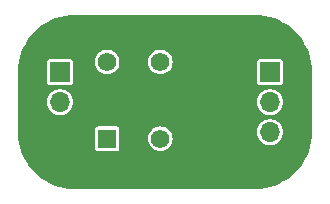
<source format=gbl>
%TF.GenerationSoftware,KiCad,Pcbnew,8.0.4*%
%TF.CreationDate,2024-08-09T13:26:54+02:00*%
%TF.ProjectId,Clock Push Button,436c6f63-6b20-4507-9573-682042757474,V1*%
%TF.SameCoordinates,PX6d01460PY32de760*%
%TF.FileFunction,Copper,L2,Bot*%
%TF.FilePolarity,Positive*%
%FSLAX46Y46*%
G04 Gerber Fmt 4.6, Leading zero omitted, Abs format (unit mm)*
G04 Created by KiCad (PCBNEW 8.0.4) date 2024-08-09 13:26:54*
%MOMM*%
%LPD*%
G01*
G04 APERTURE LIST*
%TA.AperFunction,ComponentPad*%
%ADD10R,1.575000X1.575000*%
%TD*%
%TA.AperFunction,ComponentPad*%
%ADD11C,1.575000*%
%TD*%
%TA.AperFunction,ComponentPad*%
%ADD12R,1.700000X1.700000*%
%TD*%
%TA.AperFunction,ComponentPad*%
%ADD13O,1.700000X1.700000*%
%TD*%
G04 APERTURE END LIST*
D10*
%TO.P,S2,1,C1*%
%TO.N,/3.3V*%
X3998400Y-5637600D03*
D11*
%TO.P,S2,2,C2*%
%TO.N,unconnected-(S2-C2-Pad2)*%
X3998400Y862400D03*
%TO.P,S2,3,N1*%
%TO.N,Net-(IC2-IN)*%
X8498400Y-5637600D03*
%TO.P,S2,4,N2*%
%TO.N,unconnected-(S2-N2-Pad4)*%
X8498400Y862400D03*
%TD*%
D12*
%TO.P,J1,1,Pin_1*%
%TO.N,/~{Reset}*%
X0Y0D03*
D13*
%TO.P,J1,2,Pin_2*%
%TO.N,unconnected-(J1-Pin_2-Pad2)*%
X0Y-2540000D03*
%TO.P,J1,3,Pin_3*%
%TO.N,/GND*%
X0Y-5080000D03*
%TD*%
D12*
%TO.P,J2,1,Pin_1*%
%TO.N,/3.3V*%
X17780000Y0D03*
D13*
%TO.P,J2,2,Pin_2*%
%TO.N,unconnected-(J2-Pin_2-Pad2)*%
X17780000Y-2540000D03*
%TO.P,J2,3,Pin_3*%
%TO.N,/CLK*%
X17780000Y-5080000D03*
%TD*%
%TA.AperFunction,Conductor*%
%TO.N,/GND*%
G36*
X2286000Y-9909500D02*
G01*
X1272703Y-9909500D01*
X1267295Y-9909382D01*
X854485Y-9891360D01*
X843710Y-9890417D01*
X711178Y-9872969D01*
X436738Y-9836838D01*
X426084Y-9834960D01*
X25312Y-9746110D01*
X14864Y-9743310D01*
X-376624Y-9619875D01*
X-386790Y-9616175D01*
X-766039Y-9459085D01*
X-775843Y-9454513D01*
X-893717Y-9393152D01*
X-1139960Y-9264965D01*
X-1149316Y-9259564D01*
X-1322421Y-9149283D01*
X-1495519Y-9039007D01*
X-1504380Y-9032803D01*
X-1830045Y-8782912D01*
X-1838332Y-8775958D01*
X-2140982Y-8498630D01*
X-2148631Y-8490981D01*
X-2425959Y-8188331D01*
X-2432913Y-8180044D01*
X-2682804Y-7854379D01*
X-2689008Y-7845518D01*
X-2711038Y-7810938D01*
X-2909569Y-7499307D01*
X-2914962Y-7489966D01*
X-3104517Y-7125835D01*
X-3109086Y-7116038D01*
X-3266180Y-6736779D01*
X-3269876Y-6726623D01*
X-3309079Y-6602287D01*
X-3393312Y-6335131D01*
X-3396111Y-6324687D01*
X-3484961Y-5923915D01*
X-3486839Y-5913261D01*
X-3509661Y-5739909D01*
X-3540420Y-5506270D01*
X-3541360Y-5495535D01*
X-3559384Y-5082704D01*
X-3559502Y-5077295D01*
X-3559502Y-5035832D01*
X-3559502Y-5035831D01*
X-3559502Y-2539999D01*
X-1105215Y-2539999D01*
X-1105215Y-2540000D01*
X-1086398Y-2743082D01*
X-1030583Y-2939247D01*
X-1030578Y-2939260D01*
X-939673Y-3121821D01*
X-816763Y-3284581D01*
X-666042Y-3421980D01*
X-666040Y-3421982D01*
X-566859Y-3483392D01*
X-492637Y-3529348D01*
X-302456Y-3603024D01*
X-101976Y-3640500D01*
X-101974Y-3640500D01*
X101974Y-3640500D01*
X101976Y-3640500D01*
X302456Y-3603024D01*
X492637Y-3529348D01*
X666041Y-3421981D01*
X816764Y-3284579D01*
X939673Y-3121821D01*
X1030582Y-2939250D01*
X1086397Y-2743083D01*
X1105215Y-2540000D01*
X1086397Y-2336917D01*
X1030582Y-2140750D01*
X939673Y-1958179D01*
X816764Y-1795421D01*
X816762Y-1795418D01*
X666041Y-1658019D01*
X666039Y-1658017D01*
X492642Y-1550655D01*
X492635Y-1550651D01*
X397546Y-1513814D01*
X302456Y-1476976D01*
X101976Y-1439500D01*
X-101976Y-1439500D01*
X-302456Y-1476976D01*
X-302459Y-1476976D01*
X-302459Y-1476977D01*
X-492636Y-1550651D01*
X-492643Y-1550655D01*
X-666040Y-1658017D01*
X-666042Y-1658019D01*
X-816763Y-1795418D01*
X-939673Y-1958178D01*
X-1030578Y-2140739D01*
X-1030583Y-2140752D01*
X-1086398Y-2336917D01*
X-1105215Y-2539999D01*
X-3559502Y-2539999D01*
X-3559501Y-2660D01*
X-3559385Y2657D01*
X-3541358Y415536D01*
X-3540418Y426268D01*
X-3486834Y833284D01*
X-3484963Y843895D01*
X-3478138Y874679D01*
X-1100500Y874679D01*
X-1100500Y-874678D01*
X-1085968Y-947735D01*
X-1085967Y-947739D01*
X-1085966Y-947740D01*
X-1030601Y-1030601D01*
X-947740Y-1085966D01*
X-947736Y-1085967D01*
X-874679Y-1100499D01*
X-874676Y-1100500D01*
X-874674Y-1100500D01*
X874676Y-1100500D01*
X874677Y-1100499D01*
X947740Y-1085966D01*
X1030601Y-1030601D01*
X1085966Y-947740D01*
X1100500Y-874674D01*
X1100500Y874674D01*
X1100500Y874677D01*
X1100499Y874679D01*
X1085967Y947736D01*
X1085966Y947740D01*
X1030601Y1030601D01*
X947740Y1085966D01*
X947739Y1085967D01*
X947735Y1085968D01*
X874677Y1100500D01*
X874674Y1100500D01*
X-874674Y1100500D01*
X-874677Y1100500D01*
X-947736Y1085968D01*
X-947740Y1085967D01*
X-1030601Y1030601D01*
X-1085967Y947740D01*
X-1085968Y947736D01*
X-1100500Y874679D01*
X-3478138Y874679D01*
X-3396106Y1244706D01*
X-3393319Y1255106D01*
X-3269867Y1646648D01*
X-3266183Y1656769D01*
X-3109078Y2036052D01*
X-3104520Y2045826D01*
X-2914956Y2409976D01*
X-2909574Y2419297D01*
X-2689001Y2765527D01*
X-2682810Y2774370D01*
X-2432899Y3100060D01*
X-2425961Y3108329D01*
X-2148620Y3410992D01*
X-2140992Y3418620D01*
X-1838329Y3695961D01*
X-1830060Y3702899D01*
X-1504370Y3952810D01*
X-1495527Y3959001D01*
X-1149297Y4179574D01*
X-1139976Y4184956D01*
X-775826Y4374520D01*
X-766052Y4379078D01*
X-386769Y4536183D01*
X-376648Y4539867D01*
X14894Y4663319D01*
X25294Y4666106D01*
X426105Y4754963D01*
X436716Y4756834D01*
X843732Y4810418D01*
X854464Y4811358D01*
X1267297Y4829383D01*
X1272706Y4829500D01*
X1365524Y4829500D01*
X1365533Y4829501D01*
X2286000Y4829501D01*
X2286000Y-9909500D01*
G37*
%TD.AperFunction*%
%TD*%
%TA.AperFunction,Conductor*%
%TO.N,/GND*%
G36*
X15494000Y-9909500D02*
G01*
X2286000Y-9909500D01*
X2286000Y-4825421D01*
X2960400Y-4825421D01*
X2960400Y-6449778D01*
X2974932Y-6522835D01*
X2974933Y-6522839D01*
X2974934Y-6522840D01*
X3030299Y-6605701D01*
X3112434Y-6660581D01*
X3113160Y-6661066D01*
X3113164Y-6661067D01*
X3186221Y-6675599D01*
X3186224Y-6675600D01*
X3186226Y-6675600D01*
X4810576Y-6675600D01*
X4810577Y-6675599D01*
X4883640Y-6661066D01*
X4966501Y-6605701D01*
X5021866Y-6522840D01*
X5036400Y-6449774D01*
X5036400Y-5637600D01*
X7455378Y-5637600D01*
X7475418Y-5841081D01*
X7534774Y-6036751D01*
X7631155Y-6217066D01*
X7631160Y-6217073D01*
X7760871Y-6375128D01*
X7851831Y-6449776D01*
X7918928Y-6504841D01*
X7918931Y-6504842D01*
X7918933Y-6504844D01*
X8099248Y-6601225D01*
X8099250Y-6601225D01*
X8099253Y-6601227D01*
X8294917Y-6660581D01*
X8498400Y-6680622D01*
X8701883Y-6660581D01*
X8897547Y-6601227D01*
X9077872Y-6504841D01*
X9235928Y-6375128D01*
X9365641Y-6217072D01*
X9462027Y-6036747D01*
X9521381Y-5841083D01*
X9541422Y-5637600D01*
X9521381Y-5434117D01*
X9462027Y-5238453D01*
X9462025Y-5238450D01*
X9462025Y-5238448D01*
X9365644Y-5058133D01*
X9365642Y-5058131D01*
X9365641Y-5058128D01*
X9326192Y-5010059D01*
X9235928Y-4900071D01*
X9077873Y-4770360D01*
X9077866Y-4770355D01*
X8897551Y-4673974D01*
X8701881Y-4614618D01*
X8498400Y-4594578D01*
X8294918Y-4614618D01*
X8099248Y-4673974D01*
X7918933Y-4770355D01*
X7918926Y-4770360D01*
X7760871Y-4900071D01*
X7631160Y-5058126D01*
X7631155Y-5058133D01*
X7534774Y-5238448D01*
X7475418Y-5434118D01*
X7455378Y-5637600D01*
X5036400Y-5637600D01*
X5036400Y-4825426D01*
X5036400Y-4825423D01*
X5036399Y-4825421D01*
X5021867Y-4752364D01*
X5021866Y-4752360D01*
X4966501Y-4669499D01*
X4884366Y-4614619D01*
X4883639Y-4614133D01*
X4883635Y-4614132D01*
X4810577Y-4599600D01*
X4810574Y-4599600D01*
X3186226Y-4599600D01*
X3186223Y-4599600D01*
X3113164Y-4614132D01*
X3113160Y-4614133D01*
X3030299Y-4669499D01*
X2974933Y-4752360D01*
X2974932Y-4752364D01*
X2960400Y-4825421D01*
X2286000Y-4825421D01*
X2286000Y862400D01*
X2955378Y862400D01*
X2975418Y658919D01*
X3034774Y463249D01*
X3131155Y282934D01*
X3131160Y282927D01*
X3260871Y124872D01*
X3370859Y34608D01*
X3418928Y-4841D01*
X3418931Y-4842D01*
X3418933Y-4844D01*
X3599248Y-101225D01*
X3599250Y-101225D01*
X3599253Y-101227D01*
X3794917Y-160581D01*
X3998400Y-180622D01*
X4201883Y-160581D01*
X4397547Y-101227D01*
X4577872Y-4841D01*
X4735928Y124872D01*
X4865641Y282928D01*
X4962027Y463253D01*
X5021381Y658917D01*
X5041422Y862400D01*
X7455378Y862400D01*
X7475418Y658919D01*
X7534774Y463249D01*
X7631155Y282934D01*
X7631160Y282927D01*
X7760871Y124872D01*
X7870859Y34608D01*
X7918928Y-4841D01*
X7918931Y-4842D01*
X7918933Y-4844D01*
X8099248Y-101225D01*
X8099250Y-101225D01*
X8099253Y-101227D01*
X8294917Y-160581D01*
X8498400Y-180622D01*
X8701883Y-160581D01*
X8897547Y-101227D01*
X9077872Y-4841D01*
X9235928Y124872D01*
X9365641Y282928D01*
X9462027Y463253D01*
X9521381Y658917D01*
X9541422Y862400D01*
X9521381Y1065883D01*
X9462027Y1261547D01*
X9462025Y1261550D01*
X9462025Y1261552D01*
X9365644Y1441867D01*
X9365642Y1441869D01*
X9365641Y1441872D01*
X9326192Y1489941D01*
X9235928Y1599929D01*
X9077873Y1729640D01*
X9077866Y1729645D01*
X8897551Y1826026D01*
X8701881Y1885382D01*
X8498400Y1905422D01*
X8294918Y1885382D01*
X8099248Y1826026D01*
X7918933Y1729645D01*
X7918926Y1729640D01*
X7760871Y1599929D01*
X7631160Y1441874D01*
X7631155Y1441867D01*
X7534774Y1261552D01*
X7475418Y1065882D01*
X7455378Y862400D01*
X5041422Y862400D01*
X5021381Y1065883D01*
X4962027Y1261547D01*
X4962025Y1261550D01*
X4962025Y1261552D01*
X4865644Y1441867D01*
X4865642Y1441869D01*
X4865641Y1441872D01*
X4826192Y1489941D01*
X4735928Y1599929D01*
X4577873Y1729640D01*
X4577866Y1729645D01*
X4397551Y1826026D01*
X4201881Y1885382D01*
X3998400Y1905422D01*
X3794918Y1885382D01*
X3599248Y1826026D01*
X3418933Y1729645D01*
X3418926Y1729640D01*
X3260871Y1599929D01*
X3131160Y1441874D01*
X3131155Y1441867D01*
X3034774Y1261552D01*
X2975418Y1065882D01*
X2955378Y862400D01*
X2286000Y862400D01*
X2286000Y4829501D01*
X15494000Y4829501D01*
X15494000Y-9909500D01*
G37*
%TD.AperFunction*%
%TD*%
%TA.AperFunction,Conductor*%
%TO.N,/GND*%
G36*
X16512704Y4829384D02*
G01*
X16925534Y4811359D01*
X16936270Y4810419D01*
X17343269Y4756837D01*
X17353907Y4754962D01*
X17754691Y4666109D01*
X17765131Y4663311D01*
X18156632Y4539872D01*
X18166779Y4536179D01*
X18546043Y4379082D01*
X18555834Y4374516D01*
X18919965Y4184961D01*
X18929306Y4179568D01*
X19099570Y4071098D01*
X19275517Y3959007D01*
X19284378Y3952803D01*
X19610051Y3702906D01*
X19618338Y3695952D01*
X19920981Y3418631D01*
X19928630Y3410982D01*
X20205951Y3108339D01*
X20212905Y3100052D01*
X20462802Y2774379D01*
X20469006Y2765518D01*
X20689559Y2419321D01*
X20694964Y2409959D01*
X20823151Y2163716D01*
X20884512Y2045842D01*
X20889084Y2036038D01*
X21046174Y1656790D01*
X21049874Y1646624D01*
X21173309Y1255136D01*
X21176109Y1244688D01*
X21264959Y843916D01*
X21266837Y833262D01*
X21320416Y426291D01*
X21321359Y415515D01*
X21339382Y2706D01*
X21339500Y-2703D01*
X21339500Y-5077293D01*
X21339382Y-5082702D01*
X21321358Y-5495512D01*
X21320415Y-5506288D01*
X21266836Y-5913262D01*
X21264958Y-5923915D01*
X21176111Y-6324680D01*
X21173311Y-6335130D01*
X21049873Y-6726625D01*
X21046173Y-6736790D01*
X20889083Y-7116036D01*
X20884511Y-7125840D01*
X20694968Y-7489951D01*
X20689559Y-7499319D01*
X20469006Y-7845516D01*
X20462802Y-7854377D01*
X20212905Y-8180050D01*
X20205951Y-8188337D01*
X19928629Y-8490980D01*
X19920980Y-8498629D01*
X19618337Y-8775951D01*
X19610050Y-8782905D01*
X19284377Y-9032802D01*
X19275516Y-9039006D01*
X18929319Y-9259559D01*
X18919951Y-9264968D01*
X18555840Y-9454511D01*
X18546036Y-9459083D01*
X18166790Y-9616173D01*
X18156625Y-9619873D01*
X17765130Y-9743311D01*
X17754680Y-9746111D01*
X17353915Y-9834958D01*
X17343262Y-9836836D01*
X16936288Y-9890415D01*
X16925512Y-9891358D01*
X16512703Y-9909382D01*
X16507294Y-9909500D01*
X15494000Y-9909500D01*
X15494000Y-5079999D01*
X16674785Y-5079999D01*
X16674785Y-5080000D01*
X16693602Y-5283082D01*
X16749417Y-5479247D01*
X16749422Y-5479260D01*
X16840327Y-5661821D01*
X16963237Y-5824581D01*
X17113958Y-5961980D01*
X17113960Y-5961982D01*
X17213141Y-6023392D01*
X17287363Y-6069348D01*
X17477544Y-6143024D01*
X17678024Y-6180500D01*
X17678026Y-6180500D01*
X17881974Y-6180500D01*
X17881976Y-6180500D01*
X18082456Y-6143024D01*
X18272637Y-6069348D01*
X18446041Y-5961981D01*
X18596764Y-5824579D01*
X18719673Y-5661821D01*
X18810582Y-5479250D01*
X18866397Y-5283083D01*
X18885215Y-5080000D01*
X18866397Y-4876917D01*
X18810582Y-4680750D01*
X18719673Y-4498179D01*
X18596764Y-4335421D01*
X18596762Y-4335418D01*
X18446041Y-4198019D01*
X18446039Y-4198017D01*
X18272642Y-4090655D01*
X18272635Y-4090651D01*
X18177546Y-4053814D01*
X18082456Y-4016976D01*
X17881976Y-3979500D01*
X17678024Y-3979500D01*
X17477544Y-4016976D01*
X17477541Y-4016976D01*
X17477541Y-4016977D01*
X17287364Y-4090651D01*
X17287357Y-4090655D01*
X17113960Y-4198017D01*
X17113958Y-4198019D01*
X16963237Y-4335418D01*
X16840327Y-4498178D01*
X16749422Y-4680739D01*
X16749417Y-4680752D01*
X16693602Y-4876917D01*
X16674785Y-5079999D01*
X15494000Y-5079999D01*
X15494000Y-2539999D01*
X16674785Y-2539999D01*
X16674785Y-2540000D01*
X16693602Y-2743082D01*
X16749417Y-2939247D01*
X16749422Y-2939260D01*
X16840327Y-3121821D01*
X16963237Y-3284581D01*
X17113958Y-3421980D01*
X17113960Y-3421982D01*
X17213141Y-3483392D01*
X17287363Y-3529348D01*
X17477544Y-3603024D01*
X17678024Y-3640500D01*
X17678026Y-3640500D01*
X17881974Y-3640500D01*
X17881976Y-3640500D01*
X18082456Y-3603024D01*
X18272637Y-3529348D01*
X18446041Y-3421981D01*
X18596764Y-3284579D01*
X18719673Y-3121821D01*
X18810582Y-2939250D01*
X18866397Y-2743083D01*
X18885215Y-2540000D01*
X18866397Y-2336917D01*
X18810582Y-2140750D01*
X18719673Y-1958179D01*
X18596764Y-1795421D01*
X18596762Y-1795418D01*
X18446041Y-1658019D01*
X18446039Y-1658017D01*
X18272642Y-1550655D01*
X18272635Y-1550651D01*
X18177546Y-1513814D01*
X18082456Y-1476976D01*
X17881976Y-1439500D01*
X17678024Y-1439500D01*
X17477544Y-1476976D01*
X17477541Y-1476976D01*
X17477541Y-1476977D01*
X17287364Y-1550651D01*
X17287357Y-1550655D01*
X17113960Y-1658017D01*
X17113958Y-1658019D01*
X16963237Y-1795418D01*
X16840327Y-1958178D01*
X16749422Y-2140739D01*
X16749417Y-2140752D01*
X16693602Y-2336917D01*
X16674785Y-2539999D01*
X15494000Y-2539999D01*
X15494000Y874679D01*
X16679500Y874679D01*
X16679500Y-874678D01*
X16694032Y-947735D01*
X16694033Y-947739D01*
X16694034Y-947740D01*
X16749399Y-1030601D01*
X16832260Y-1085966D01*
X16832264Y-1085967D01*
X16905321Y-1100499D01*
X16905324Y-1100500D01*
X16905326Y-1100500D01*
X18654676Y-1100500D01*
X18654677Y-1100499D01*
X18727740Y-1085966D01*
X18810601Y-1030601D01*
X18865966Y-947740D01*
X18880500Y-874674D01*
X18880500Y874674D01*
X18880500Y874677D01*
X18880499Y874679D01*
X18865967Y947736D01*
X18865966Y947740D01*
X18810601Y1030601D01*
X18727740Y1085966D01*
X18727739Y1085967D01*
X18727735Y1085968D01*
X18654677Y1100500D01*
X18654674Y1100500D01*
X16905326Y1100500D01*
X16905323Y1100500D01*
X16832264Y1085968D01*
X16832260Y1085967D01*
X16749399Y1030601D01*
X16694033Y947740D01*
X16694032Y947736D01*
X16679500Y874679D01*
X15494000Y874679D01*
X15494000Y4829501D01*
X16507296Y4829501D01*
X16512704Y4829384D01*
G37*
%TD.AperFunction*%
%TD*%
M02*

</source>
